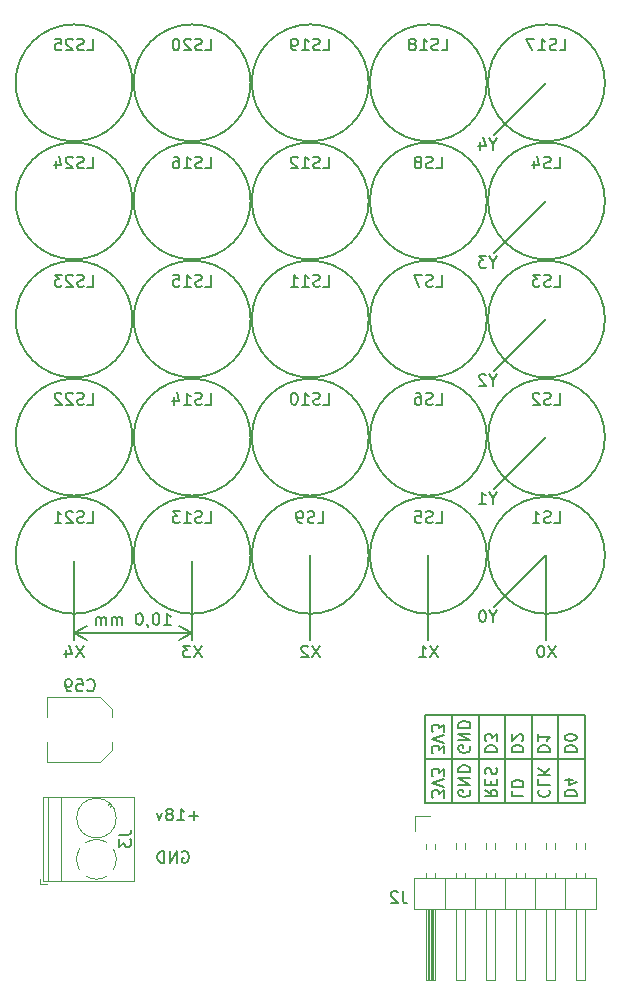
<source format=gbr>
%TF.GenerationSoftware,KiCad,Pcbnew,6.0.4-6f826c9f35~116~ubuntu20.04.1*%
%TF.CreationDate,2022-04-05T21:11:35+02:00*%
%TF.ProjectId,PhasedArray,50686173-6564-4417-9272-61792e6b6963,rev?*%
%TF.SameCoordinates,Original*%
%TF.FileFunction,Legend,Bot*%
%TF.FilePolarity,Positive*%
%FSLAX46Y46*%
G04 Gerber Fmt 4.6, Leading zero omitted, Abs format (unit mm)*
G04 Created by KiCad (PCBNEW 6.0.4-6f826c9f35~116~ubuntu20.04.1) date 2022-04-05 21:11:35*
%MOMM*%
%LPD*%
G01*
G04 APERTURE LIST*
%ADD10C,0.150000*%
%ADD11C,0.127000*%
%ADD12C,0.120000*%
G04 APERTURE END LIST*
D10*
X147000000Y-83500000D02*
X147000000Y-91000000D01*
X145000000Y-70000000D02*
X145000000Y-77200000D01*
X155000000Y-40000000D02*
X150600000Y-44400000D01*
X155000000Y-60000000D02*
X150600000Y-64400000D01*
X155000000Y-70000000D02*
X155000000Y-77200000D01*
X155000000Y-70000000D02*
X150600000Y-74400000D01*
X155000000Y-50000000D02*
X150600000Y-54400000D01*
X156000000Y-83500000D02*
X156000000Y-91000000D01*
X149250000Y-91000000D02*
X149250000Y-83500000D01*
X155000000Y-30000000D02*
X150600000Y-34400000D01*
X153750000Y-91000000D02*
X153750000Y-83500000D01*
X151500000Y-83500000D02*
X151500000Y-91000000D01*
X146750000Y-91000000D02*
X149250000Y-91000000D01*
X144750000Y-87250000D02*
X158250000Y-87250000D01*
X144750000Y-91000000D02*
X158250000Y-91000000D01*
X158250000Y-91000000D02*
X158250000Y-83500000D01*
X158250000Y-83500000D02*
X144750000Y-83500000D01*
X144750000Y-83500000D02*
X144750000Y-91000000D01*
X135000000Y-70000000D02*
X135000000Y-77200000D01*
X155809523Y-77652380D02*
X155142857Y-78652380D01*
X155142857Y-77652380D02*
X155809523Y-78652380D01*
X154571428Y-77652380D02*
X154476190Y-77652380D01*
X154380952Y-77700000D01*
X154333333Y-77747619D01*
X154285714Y-77842857D01*
X154238095Y-78033333D01*
X154238095Y-78271428D01*
X154285714Y-78461904D01*
X154333333Y-78557142D01*
X154380952Y-78604761D01*
X154476190Y-78652380D01*
X154571428Y-78652380D01*
X154666666Y-78604761D01*
X154714285Y-78557142D01*
X154761904Y-78461904D01*
X154809523Y-78271428D01*
X154809523Y-78033333D01*
X154761904Y-77842857D01*
X154714285Y-77747619D01*
X154666666Y-77700000D01*
X154571428Y-77652380D01*
X146297619Y-86759642D02*
X146297619Y-86140595D01*
X145916666Y-86473928D01*
X145916666Y-86331071D01*
X145869047Y-86235833D01*
X145821428Y-86188214D01*
X145726190Y-86140595D01*
X145488095Y-86140595D01*
X145392857Y-86188214D01*
X145345238Y-86235833D01*
X145297619Y-86331071D01*
X145297619Y-86616785D01*
X145345238Y-86712023D01*
X145392857Y-86759642D01*
X146297619Y-85854880D02*
X145297619Y-85521547D01*
X146297619Y-85188214D01*
X146297619Y-84950119D02*
X146297619Y-84331071D01*
X145916666Y-84664404D01*
X145916666Y-84521547D01*
X145869047Y-84426309D01*
X145821428Y-84378690D01*
X145726190Y-84331071D01*
X145488095Y-84331071D01*
X145392857Y-84378690D01*
X145345238Y-84426309D01*
X145297619Y-84521547D01*
X145297619Y-84807261D01*
X145345238Y-84902500D01*
X145392857Y-84950119D01*
X148500000Y-89890595D02*
X148547619Y-89985833D01*
X148547619Y-90128690D01*
X148500000Y-90271547D01*
X148404761Y-90366785D01*
X148309523Y-90414404D01*
X148119047Y-90462023D01*
X147976190Y-90462023D01*
X147785714Y-90414404D01*
X147690476Y-90366785D01*
X147595238Y-90271547D01*
X147547619Y-90128690D01*
X147547619Y-90033452D01*
X147595238Y-89890595D01*
X147642857Y-89842976D01*
X147976190Y-89842976D01*
X147976190Y-90033452D01*
X147547619Y-89414404D02*
X148547619Y-89414404D01*
X147547619Y-88842976D01*
X148547619Y-88842976D01*
X147547619Y-88366785D02*
X148547619Y-88366785D01*
X148547619Y-88128690D01*
X148500000Y-87985833D01*
X148404761Y-87890595D01*
X148309523Y-87842976D01*
X148119047Y-87795357D01*
X147976190Y-87795357D01*
X147785714Y-87842976D01*
X147690476Y-87890595D01*
X147595238Y-87985833D01*
X147547619Y-88128690D01*
X147547619Y-88366785D01*
X150476190Y-35176190D02*
X150476190Y-35652380D01*
X150809523Y-34652380D02*
X150476190Y-35176190D01*
X150142857Y-34652380D01*
X149380952Y-34985714D02*
X149380952Y-35652380D01*
X149619047Y-34604761D02*
X149857142Y-35319047D01*
X149238095Y-35319047D01*
X152047619Y-86664404D02*
X153047619Y-86664404D01*
X153047619Y-86426309D01*
X153000000Y-86283452D01*
X152904761Y-86188214D01*
X152809523Y-86140595D01*
X152619047Y-86092976D01*
X152476190Y-86092976D01*
X152285714Y-86140595D01*
X152190476Y-86188214D01*
X152095238Y-86283452D01*
X152047619Y-86426309D01*
X152047619Y-86664404D01*
X152952380Y-85712023D02*
X153000000Y-85664404D01*
X153047619Y-85569166D01*
X153047619Y-85331071D01*
X153000000Y-85235833D01*
X152952380Y-85188214D01*
X152857142Y-85140595D01*
X152761904Y-85140595D01*
X152619047Y-85188214D01*
X152047619Y-85759642D01*
X152047619Y-85140595D01*
X156547619Y-90414404D02*
X157547619Y-90414404D01*
X157547619Y-90176309D01*
X157500000Y-90033452D01*
X157404761Y-89938214D01*
X157309523Y-89890595D01*
X157119047Y-89842976D01*
X156976190Y-89842976D01*
X156785714Y-89890595D01*
X156690476Y-89938214D01*
X156595238Y-90033452D01*
X156547619Y-90176309D01*
X156547619Y-90414404D01*
X157214285Y-88985833D02*
X156547619Y-88985833D01*
X157595238Y-89223928D02*
X156880952Y-89462023D01*
X156880952Y-88842976D01*
X152047619Y-89938214D02*
X152047619Y-90414404D01*
X153047619Y-90414404D01*
X152047619Y-89604880D02*
X153047619Y-89604880D01*
X153047619Y-89366785D01*
X153000000Y-89223928D01*
X152904761Y-89128690D01*
X152809523Y-89081071D01*
X152619047Y-89033452D01*
X152476190Y-89033452D01*
X152285714Y-89081071D01*
X152190476Y-89128690D01*
X152095238Y-89223928D01*
X152047619Y-89366785D01*
X152047619Y-89604880D01*
X149797619Y-89842976D02*
X150273809Y-90176309D01*
X149797619Y-90414404D02*
X150797619Y-90414404D01*
X150797619Y-90033452D01*
X150750000Y-89938214D01*
X150702380Y-89890595D01*
X150607142Y-89842976D01*
X150464285Y-89842976D01*
X150369047Y-89890595D01*
X150321428Y-89938214D01*
X150273809Y-90033452D01*
X150273809Y-90414404D01*
X150321428Y-89414404D02*
X150321428Y-89081071D01*
X149797619Y-88938214D02*
X149797619Y-89414404D01*
X150797619Y-89414404D01*
X150797619Y-88938214D01*
X149845238Y-88557261D02*
X149797619Y-88414404D01*
X149797619Y-88176309D01*
X149845238Y-88081071D01*
X149892857Y-88033452D01*
X149988095Y-87985833D01*
X150083333Y-87985833D01*
X150178571Y-88033452D01*
X150226190Y-88081071D01*
X150273809Y-88176309D01*
X150321428Y-88366785D01*
X150369047Y-88462023D01*
X150416666Y-88509642D01*
X150511904Y-88557261D01*
X150607142Y-88557261D01*
X150702380Y-88509642D01*
X150750000Y-88462023D01*
X150797619Y-88366785D01*
X150797619Y-88128690D01*
X150750000Y-87985833D01*
X150476190Y-45176190D02*
X150476190Y-45652380D01*
X150809523Y-44652380D02*
X150476190Y-45176190D01*
X150142857Y-44652380D01*
X149904761Y-44652380D02*
X149285714Y-44652380D01*
X149619047Y-45033333D01*
X149476190Y-45033333D01*
X149380952Y-45080952D01*
X149333333Y-45128571D01*
X149285714Y-45223809D01*
X149285714Y-45461904D01*
X149333333Y-45557142D01*
X149380952Y-45604761D01*
X149476190Y-45652380D01*
X149761904Y-45652380D01*
X149857142Y-45604761D01*
X149904761Y-45557142D01*
X150476190Y-65176190D02*
X150476190Y-65652380D01*
X150809523Y-64652380D02*
X150476190Y-65176190D01*
X150142857Y-64652380D01*
X149285714Y-65652380D02*
X149857142Y-65652380D01*
X149571428Y-65652380D02*
X149571428Y-64652380D01*
X149666666Y-64795238D01*
X149761904Y-64890476D01*
X149857142Y-64938095D01*
X148500000Y-86140595D02*
X148547619Y-86235833D01*
X148547619Y-86378690D01*
X148500000Y-86521547D01*
X148404761Y-86616785D01*
X148309523Y-86664404D01*
X148119047Y-86712023D01*
X147976190Y-86712023D01*
X147785714Y-86664404D01*
X147690476Y-86616785D01*
X147595238Y-86521547D01*
X147547619Y-86378690D01*
X147547619Y-86283452D01*
X147595238Y-86140595D01*
X147642857Y-86092976D01*
X147976190Y-86092976D01*
X147976190Y-86283452D01*
X147547619Y-85664404D02*
X148547619Y-85664404D01*
X147547619Y-85092976D01*
X148547619Y-85092976D01*
X147547619Y-84616785D02*
X148547619Y-84616785D01*
X148547619Y-84378690D01*
X148500000Y-84235833D01*
X148404761Y-84140595D01*
X148309523Y-84092976D01*
X148119047Y-84045357D01*
X147976190Y-84045357D01*
X147785714Y-84092976D01*
X147690476Y-84140595D01*
X147595238Y-84235833D01*
X147547619Y-84378690D01*
X147547619Y-84616785D01*
X125809523Y-77652380D02*
X125142857Y-78652380D01*
X125142857Y-77652380D02*
X125809523Y-78652380D01*
X124857142Y-77652380D02*
X124238095Y-77652380D01*
X124571428Y-78033333D01*
X124428571Y-78033333D01*
X124333333Y-78080952D01*
X124285714Y-78128571D01*
X124238095Y-78223809D01*
X124238095Y-78461904D01*
X124285714Y-78557142D01*
X124333333Y-78604761D01*
X124428571Y-78652380D01*
X124714285Y-78652380D01*
X124809523Y-78604761D01*
X124857142Y-78557142D01*
X146297619Y-90509642D02*
X146297619Y-89890595D01*
X145916666Y-90223928D01*
X145916666Y-90081071D01*
X145869047Y-89985833D01*
X145821428Y-89938214D01*
X145726190Y-89890595D01*
X145488095Y-89890595D01*
X145392857Y-89938214D01*
X145345238Y-89985833D01*
X145297619Y-90081071D01*
X145297619Y-90366785D01*
X145345238Y-90462023D01*
X145392857Y-90509642D01*
X146297619Y-89604880D02*
X145297619Y-89271547D01*
X146297619Y-88938214D01*
X146297619Y-88700119D02*
X146297619Y-88081071D01*
X145916666Y-88414404D01*
X145916666Y-88271547D01*
X145869047Y-88176309D01*
X145821428Y-88128690D01*
X145726190Y-88081071D01*
X145488095Y-88081071D01*
X145392857Y-88128690D01*
X145345238Y-88176309D01*
X145297619Y-88271547D01*
X145297619Y-88557261D01*
X145345238Y-88652500D01*
X145392857Y-88700119D01*
X154392857Y-89842976D02*
X154345238Y-89890595D01*
X154297619Y-90033452D01*
X154297619Y-90128690D01*
X154345238Y-90271547D01*
X154440476Y-90366785D01*
X154535714Y-90414404D01*
X154726190Y-90462023D01*
X154869047Y-90462023D01*
X155059523Y-90414404D01*
X155154761Y-90366785D01*
X155250000Y-90271547D01*
X155297619Y-90128690D01*
X155297619Y-90033452D01*
X155250000Y-89890595D01*
X155202380Y-89842976D01*
X154297619Y-88938214D02*
X154297619Y-89414404D01*
X155297619Y-89414404D01*
X154297619Y-88604880D02*
X155297619Y-88604880D01*
X154297619Y-88033452D02*
X154869047Y-88462023D01*
X155297619Y-88033452D02*
X154726190Y-88604880D01*
X154297619Y-86664404D02*
X155297619Y-86664404D01*
X155297619Y-86426309D01*
X155250000Y-86283452D01*
X155154761Y-86188214D01*
X155059523Y-86140595D01*
X154869047Y-86092976D01*
X154726190Y-86092976D01*
X154535714Y-86140595D01*
X154440476Y-86188214D01*
X154345238Y-86283452D01*
X154297619Y-86426309D01*
X154297619Y-86664404D01*
X154297619Y-85140595D02*
X154297619Y-85712023D01*
X154297619Y-85426309D02*
X155297619Y-85426309D01*
X155154761Y-85521547D01*
X155059523Y-85616785D01*
X155011904Y-85712023D01*
X125514285Y-92071428D02*
X124752380Y-92071428D01*
X125133333Y-92452380D02*
X125133333Y-91690476D01*
X123752380Y-92452380D02*
X124323809Y-92452380D01*
X124038095Y-92452380D02*
X124038095Y-91452380D01*
X124133333Y-91595238D01*
X124228571Y-91690476D01*
X124323809Y-91738095D01*
X123180952Y-91880952D02*
X123276190Y-91833333D01*
X123323809Y-91785714D01*
X123371428Y-91690476D01*
X123371428Y-91642857D01*
X123323809Y-91547619D01*
X123276190Y-91500000D01*
X123180952Y-91452380D01*
X122990476Y-91452380D01*
X122895238Y-91500000D01*
X122847619Y-91547619D01*
X122800000Y-91642857D01*
X122800000Y-91690476D01*
X122847619Y-91785714D01*
X122895238Y-91833333D01*
X122990476Y-91880952D01*
X123180952Y-91880952D01*
X123276190Y-91928571D01*
X123323809Y-91976190D01*
X123371428Y-92071428D01*
X123371428Y-92261904D01*
X123323809Y-92357142D01*
X123276190Y-92404761D01*
X123180952Y-92452380D01*
X122990476Y-92452380D01*
X122895238Y-92404761D01*
X122847619Y-92357142D01*
X122800000Y-92261904D01*
X122800000Y-92071428D01*
X122847619Y-91976190D01*
X122895238Y-91928571D01*
X122990476Y-91880952D01*
X122466666Y-91785714D02*
X122228571Y-92452380D01*
X121990476Y-91785714D01*
X156547619Y-86664404D02*
X157547619Y-86664404D01*
X157547619Y-86426309D01*
X157500000Y-86283452D01*
X157404761Y-86188214D01*
X157309523Y-86140595D01*
X157119047Y-86092976D01*
X156976190Y-86092976D01*
X156785714Y-86140595D01*
X156690476Y-86188214D01*
X156595238Y-86283452D01*
X156547619Y-86426309D01*
X156547619Y-86664404D01*
X157547619Y-85473928D02*
X157547619Y-85378690D01*
X157500000Y-85283452D01*
X157452380Y-85235833D01*
X157357142Y-85188214D01*
X157166666Y-85140595D01*
X156928571Y-85140595D01*
X156738095Y-85188214D01*
X156642857Y-85235833D01*
X156595238Y-85283452D01*
X156547619Y-85378690D01*
X156547619Y-85473928D01*
X156595238Y-85569166D01*
X156642857Y-85616785D01*
X156738095Y-85664404D01*
X156928571Y-85712023D01*
X157166666Y-85712023D01*
X157357142Y-85664404D01*
X157452380Y-85616785D01*
X157500000Y-85569166D01*
X157547619Y-85473928D01*
X135809523Y-77652380D02*
X135142857Y-78652380D01*
X135142857Y-77652380D02*
X135809523Y-78652380D01*
X134809523Y-77747619D02*
X134761904Y-77700000D01*
X134666666Y-77652380D01*
X134428571Y-77652380D01*
X134333333Y-77700000D01*
X134285714Y-77747619D01*
X134238095Y-77842857D01*
X134238095Y-77938095D01*
X134285714Y-78080952D01*
X134857142Y-78652380D01*
X134238095Y-78652380D01*
X115809523Y-77652380D02*
X115142857Y-78652380D01*
X115142857Y-77652380D02*
X115809523Y-78652380D01*
X114333333Y-77985714D02*
X114333333Y-78652380D01*
X114571428Y-77604761D02*
X114809523Y-78319047D01*
X114190476Y-78319047D01*
X150476190Y-75176190D02*
X150476190Y-75652380D01*
X150809523Y-74652380D02*
X150476190Y-75176190D01*
X150142857Y-74652380D01*
X149619047Y-74652380D02*
X149523809Y-74652380D01*
X149428571Y-74700000D01*
X149380952Y-74747619D01*
X149333333Y-74842857D01*
X149285714Y-75033333D01*
X149285714Y-75271428D01*
X149333333Y-75461904D01*
X149380952Y-75557142D01*
X149428571Y-75604761D01*
X149523809Y-75652380D01*
X149619047Y-75652380D01*
X149714285Y-75604761D01*
X149761904Y-75557142D01*
X149809523Y-75461904D01*
X149857142Y-75271428D01*
X149857142Y-75033333D01*
X149809523Y-74842857D01*
X149761904Y-74747619D01*
X149714285Y-74700000D01*
X149619047Y-74652380D01*
X124161904Y-95100000D02*
X124257142Y-95052380D01*
X124400000Y-95052380D01*
X124542857Y-95100000D01*
X124638095Y-95195238D01*
X124685714Y-95290476D01*
X124733333Y-95480952D01*
X124733333Y-95623809D01*
X124685714Y-95814285D01*
X124638095Y-95909523D01*
X124542857Y-96004761D01*
X124400000Y-96052380D01*
X124304761Y-96052380D01*
X124161904Y-96004761D01*
X124114285Y-95957142D01*
X124114285Y-95623809D01*
X124304761Y-95623809D01*
X123685714Y-96052380D02*
X123685714Y-95052380D01*
X123114285Y-96052380D01*
X123114285Y-95052380D01*
X122638095Y-96052380D02*
X122638095Y-95052380D01*
X122400000Y-95052380D01*
X122257142Y-95100000D01*
X122161904Y-95195238D01*
X122114285Y-95290476D01*
X122066666Y-95480952D01*
X122066666Y-95623809D01*
X122114285Y-95814285D01*
X122161904Y-95909523D01*
X122257142Y-96004761D01*
X122400000Y-96052380D01*
X122638095Y-96052380D01*
X145809523Y-77652380D02*
X145142857Y-78652380D01*
X145142857Y-77652380D02*
X145809523Y-78652380D01*
X144238095Y-78652380D02*
X144809523Y-78652380D01*
X144523809Y-78652380D02*
X144523809Y-77652380D01*
X144619047Y-77795238D01*
X144714285Y-77890476D01*
X144809523Y-77938095D01*
X150476190Y-55176190D02*
X150476190Y-55652380D01*
X150809523Y-54652380D02*
X150476190Y-55176190D01*
X150142857Y-54652380D01*
X149857142Y-54747619D02*
X149809523Y-54700000D01*
X149714285Y-54652380D01*
X149476190Y-54652380D01*
X149380952Y-54700000D01*
X149333333Y-54747619D01*
X149285714Y-54842857D01*
X149285714Y-54938095D01*
X149333333Y-55080952D01*
X149904761Y-55652380D01*
X149285714Y-55652380D01*
X149797619Y-86664404D02*
X150797619Y-86664404D01*
X150797619Y-86426309D01*
X150750000Y-86283452D01*
X150654761Y-86188214D01*
X150559523Y-86140595D01*
X150369047Y-86092976D01*
X150226190Y-86092976D01*
X150035714Y-86140595D01*
X149940476Y-86188214D01*
X149845238Y-86283452D01*
X149797619Y-86426309D01*
X149797619Y-86664404D01*
X150797619Y-85759642D02*
X150797619Y-85140595D01*
X150416666Y-85473928D01*
X150416666Y-85331071D01*
X150369047Y-85235833D01*
X150321428Y-85188214D01*
X150226190Y-85140595D01*
X149988095Y-85140595D01*
X149892857Y-85188214D01*
X149845238Y-85235833D01*
X149797619Y-85331071D01*
X149797619Y-85616785D01*
X149845238Y-85712023D01*
X149892857Y-85759642D01*
X122619047Y-75902380D02*
X123190476Y-75902380D01*
X122904761Y-75902380D02*
X122904761Y-74902380D01*
X123000000Y-75045238D01*
X123095238Y-75140476D01*
X123190476Y-75188095D01*
X122000000Y-74902380D02*
X121904761Y-74902380D01*
X121809523Y-74950000D01*
X121761904Y-74997619D01*
X121714285Y-75092857D01*
X121666666Y-75283333D01*
X121666666Y-75521428D01*
X121714285Y-75711904D01*
X121761904Y-75807142D01*
X121809523Y-75854761D01*
X121904761Y-75902380D01*
X122000000Y-75902380D01*
X122095238Y-75854761D01*
X122142857Y-75807142D01*
X122190476Y-75711904D01*
X122238095Y-75521428D01*
X122238095Y-75283333D01*
X122190476Y-75092857D01*
X122142857Y-74997619D01*
X122095238Y-74950000D01*
X122000000Y-74902380D01*
X121190476Y-75854761D02*
X121190476Y-75902380D01*
X121238095Y-75997619D01*
X121285714Y-76045238D01*
X120571428Y-74902380D02*
X120476190Y-74902380D01*
X120380952Y-74950000D01*
X120333333Y-74997619D01*
X120285714Y-75092857D01*
X120238095Y-75283333D01*
X120238095Y-75521428D01*
X120285714Y-75711904D01*
X120333333Y-75807142D01*
X120380952Y-75854761D01*
X120476190Y-75902380D01*
X120571428Y-75902380D01*
X120666666Y-75854761D01*
X120714285Y-75807142D01*
X120761904Y-75711904D01*
X120809523Y-75521428D01*
X120809523Y-75283333D01*
X120761904Y-75092857D01*
X120714285Y-74997619D01*
X120666666Y-74950000D01*
X120571428Y-74902380D01*
X119047619Y-75902380D02*
X119047619Y-75235714D01*
X119047619Y-75330952D02*
X119000000Y-75283333D01*
X118904761Y-75235714D01*
X118761904Y-75235714D01*
X118666666Y-75283333D01*
X118619047Y-75378571D01*
X118619047Y-75902380D01*
X118619047Y-75378571D02*
X118571428Y-75283333D01*
X118476190Y-75235714D01*
X118333333Y-75235714D01*
X118238095Y-75283333D01*
X118190476Y-75378571D01*
X118190476Y-75902380D01*
X117714285Y-75902380D02*
X117714285Y-75235714D01*
X117714285Y-75330952D02*
X117666666Y-75283333D01*
X117571428Y-75235714D01*
X117428571Y-75235714D01*
X117333333Y-75283333D01*
X117285714Y-75378571D01*
X117285714Y-75902380D01*
X117285714Y-75378571D02*
X117238095Y-75283333D01*
X117142857Y-75235714D01*
X116999999Y-75235714D01*
X116904761Y-75283333D01*
X116857142Y-75378571D01*
X116857142Y-75902380D01*
X115000000Y-70500000D02*
X115000000Y-77186420D01*
X125000000Y-70500000D02*
X125000000Y-77186420D01*
X115000000Y-76600000D02*
X125000000Y-76600000D01*
X115000000Y-76600000D02*
X125000000Y-76600000D01*
X115000000Y-76600000D02*
X116126504Y-77186421D01*
X115000000Y-76600000D02*
X116126504Y-76013579D01*
X125000000Y-76600000D02*
X123873496Y-76013579D01*
X125000000Y-76600000D02*
X123873496Y-77186421D01*
%TO.C,LS3*%
X155642857Y-47252380D02*
X156119047Y-47252380D01*
X156119047Y-46252380D01*
X155357142Y-47204761D02*
X155214285Y-47252380D01*
X154976190Y-47252380D01*
X154880952Y-47204761D01*
X154833333Y-47157142D01*
X154785714Y-47061904D01*
X154785714Y-46966666D01*
X154833333Y-46871428D01*
X154880952Y-46823809D01*
X154976190Y-46776190D01*
X155166666Y-46728571D01*
X155261904Y-46680952D01*
X155309523Y-46633333D01*
X155357142Y-46538095D01*
X155357142Y-46442857D01*
X155309523Y-46347619D01*
X155261904Y-46300000D01*
X155166666Y-46252380D01*
X154928571Y-46252380D01*
X154785714Y-46300000D01*
X154452380Y-46252380D02*
X153833333Y-46252380D01*
X154166666Y-46633333D01*
X154023809Y-46633333D01*
X153928571Y-46680952D01*
X153880952Y-46728571D01*
X153833333Y-46823809D01*
X153833333Y-47061904D01*
X153880952Y-47157142D01*
X153928571Y-47204761D01*
X154023809Y-47252380D01*
X154309523Y-47252380D01*
X154404761Y-47204761D01*
X154452380Y-47157142D01*
%TO.C,LS25*%
X116119047Y-27252380D02*
X116595238Y-27252380D01*
X116595238Y-26252380D01*
X115833333Y-27204761D02*
X115690476Y-27252380D01*
X115452380Y-27252380D01*
X115357142Y-27204761D01*
X115309523Y-27157142D01*
X115261904Y-27061904D01*
X115261904Y-26966666D01*
X115309523Y-26871428D01*
X115357142Y-26823809D01*
X115452380Y-26776190D01*
X115642857Y-26728571D01*
X115738095Y-26680952D01*
X115785714Y-26633333D01*
X115833333Y-26538095D01*
X115833333Y-26442857D01*
X115785714Y-26347619D01*
X115738095Y-26300000D01*
X115642857Y-26252380D01*
X115404761Y-26252380D01*
X115261904Y-26300000D01*
X114880952Y-26347619D02*
X114833333Y-26300000D01*
X114738095Y-26252380D01*
X114500000Y-26252380D01*
X114404761Y-26300000D01*
X114357142Y-26347619D01*
X114309523Y-26442857D01*
X114309523Y-26538095D01*
X114357142Y-26680952D01*
X114928571Y-27252380D01*
X114309523Y-27252380D01*
X113404761Y-26252380D02*
X113880952Y-26252380D01*
X113928571Y-26728571D01*
X113880952Y-26680952D01*
X113785714Y-26633333D01*
X113547619Y-26633333D01*
X113452380Y-26680952D01*
X113404761Y-26728571D01*
X113357142Y-26823809D01*
X113357142Y-27061904D01*
X113404761Y-27157142D01*
X113452380Y-27204761D01*
X113547619Y-27252380D01*
X113785714Y-27252380D01*
X113880952Y-27204761D01*
X113928571Y-27157142D01*
%TO.C,LS18*%
X146119047Y-27252380D02*
X146595238Y-27252380D01*
X146595238Y-26252380D01*
X145833333Y-27204761D02*
X145690476Y-27252380D01*
X145452380Y-27252380D01*
X145357142Y-27204761D01*
X145309523Y-27157142D01*
X145261904Y-27061904D01*
X145261904Y-26966666D01*
X145309523Y-26871428D01*
X145357142Y-26823809D01*
X145452380Y-26776190D01*
X145642857Y-26728571D01*
X145738095Y-26680952D01*
X145785714Y-26633333D01*
X145833333Y-26538095D01*
X145833333Y-26442857D01*
X145785714Y-26347619D01*
X145738095Y-26300000D01*
X145642857Y-26252380D01*
X145404761Y-26252380D01*
X145261904Y-26300000D01*
X144309523Y-27252380D02*
X144880952Y-27252380D01*
X144595238Y-27252380D02*
X144595238Y-26252380D01*
X144690476Y-26395238D01*
X144785714Y-26490476D01*
X144880952Y-26538095D01*
X143738095Y-26680952D02*
X143833333Y-26633333D01*
X143880952Y-26585714D01*
X143928571Y-26490476D01*
X143928571Y-26442857D01*
X143880952Y-26347619D01*
X143833333Y-26300000D01*
X143738095Y-26252380D01*
X143547619Y-26252380D01*
X143452380Y-26300000D01*
X143404761Y-26347619D01*
X143357142Y-26442857D01*
X143357142Y-26490476D01*
X143404761Y-26585714D01*
X143452380Y-26633333D01*
X143547619Y-26680952D01*
X143738095Y-26680952D01*
X143833333Y-26728571D01*
X143880952Y-26776190D01*
X143928571Y-26871428D01*
X143928571Y-27061904D01*
X143880952Y-27157142D01*
X143833333Y-27204761D01*
X143738095Y-27252380D01*
X143547619Y-27252380D01*
X143452380Y-27204761D01*
X143404761Y-27157142D01*
X143357142Y-27061904D01*
X143357142Y-26871428D01*
X143404761Y-26776190D01*
X143452380Y-26728571D01*
X143547619Y-26680952D01*
%TO.C,LS16*%
X126119047Y-37252380D02*
X126595238Y-37252380D01*
X126595238Y-36252380D01*
X125833333Y-37204761D02*
X125690476Y-37252380D01*
X125452380Y-37252380D01*
X125357142Y-37204761D01*
X125309523Y-37157142D01*
X125261904Y-37061904D01*
X125261904Y-36966666D01*
X125309523Y-36871428D01*
X125357142Y-36823809D01*
X125452380Y-36776190D01*
X125642857Y-36728571D01*
X125738095Y-36680952D01*
X125785714Y-36633333D01*
X125833333Y-36538095D01*
X125833333Y-36442857D01*
X125785714Y-36347619D01*
X125738095Y-36300000D01*
X125642857Y-36252380D01*
X125404761Y-36252380D01*
X125261904Y-36300000D01*
X124309523Y-37252380D02*
X124880952Y-37252380D01*
X124595238Y-37252380D02*
X124595238Y-36252380D01*
X124690476Y-36395238D01*
X124785714Y-36490476D01*
X124880952Y-36538095D01*
X123452380Y-36252380D02*
X123642857Y-36252380D01*
X123738095Y-36300000D01*
X123785714Y-36347619D01*
X123880952Y-36490476D01*
X123928571Y-36680952D01*
X123928571Y-37061904D01*
X123880952Y-37157142D01*
X123833333Y-37204761D01*
X123738095Y-37252380D01*
X123547619Y-37252380D01*
X123452380Y-37204761D01*
X123404761Y-37157142D01*
X123357142Y-37061904D01*
X123357142Y-36823809D01*
X123404761Y-36728571D01*
X123452380Y-36680952D01*
X123547619Y-36633333D01*
X123738095Y-36633333D01*
X123833333Y-36680952D01*
X123880952Y-36728571D01*
X123928571Y-36823809D01*
%TO.C,LS23*%
X116119047Y-47252380D02*
X116595238Y-47252380D01*
X116595238Y-46252380D01*
X115833333Y-47204761D02*
X115690476Y-47252380D01*
X115452380Y-47252380D01*
X115357142Y-47204761D01*
X115309523Y-47157142D01*
X115261904Y-47061904D01*
X115261904Y-46966666D01*
X115309523Y-46871428D01*
X115357142Y-46823809D01*
X115452380Y-46776190D01*
X115642857Y-46728571D01*
X115738095Y-46680952D01*
X115785714Y-46633333D01*
X115833333Y-46538095D01*
X115833333Y-46442857D01*
X115785714Y-46347619D01*
X115738095Y-46300000D01*
X115642857Y-46252380D01*
X115404761Y-46252380D01*
X115261904Y-46300000D01*
X114880952Y-46347619D02*
X114833333Y-46300000D01*
X114738095Y-46252380D01*
X114500000Y-46252380D01*
X114404761Y-46300000D01*
X114357142Y-46347619D01*
X114309523Y-46442857D01*
X114309523Y-46538095D01*
X114357142Y-46680952D01*
X114928571Y-47252380D01*
X114309523Y-47252380D01*
X113976190Y-46252380D02*
X113357142Y-46252380D01*
X113690476Y-46633333D01*
X113547619Y-46633333D01*
X113452380Y-46680952D01*
X113404761Y-46728571D01*
X113357142Y-46823809D01*
X113357142Y-47061904D01*
X113404761Y-47157142D01*
X113452380Y-47204761D01*
X113547619Y-47252380D01*
X113833333Y-47252380D01*
X113928571Y-47204761D01*
X113976190Y-47157142D01*
%TO.C,J3*%
X118852380Y-93666666D02*
X119566666Y-93666666D01*
X119709523Y-93619047D01*
X119804761Y-93523809D01*
X119852380Y-93380952D01*
X119852380Y-93285714D01*
X118852380Y-94047619D02*
X118852380Y-94666666D01*
X119233333Y-94333333D01*
X119233333Y-94476190D01*
X119280952Y-94571428D01*
X119328571Y-94619047D01*
X119423809Y-94666666D01*
X119661904Y-94666666D01*
X119757142Y-94619047D01*
X119804761Y-94571428D01*
X119852380Y-94476190D01*
X119852380Y-94190476D01*
X119804761Y-94095238D01*
X119757142Y-94047619D01*
%TO.C,LS12*%
X136119047Y-37252380D02*
X136595238Y-37252380D01*
X136595238Y-36252380D01*
X135833333Y-37204761D02*
X135690476Y-37252380D01*
X135452380Y-37252380D01*
X135357142Y-37204761D01*
X135309523Y-37157142D01*
X135261904Y-37061904D01*
X135261904Y-36966666D01*
X135309523Y-36871428D01*
X135357142Y-36823809D01*
X135452380Y-36776190D01*
X135642857Y-36728571D01*
X135738095Y-36680952D01*
X135785714Y-36633333D01*
X135833333Y-36538095D01*
X135833333Y-36442857D01*
X135785714Y-36347619D01*
X135738095Y-36300000D01*
X135642857Y-36252380D01*
X135404761Y-36252380D01*
X135261904Y-36300000D01*
X134309523Y-37252380D02*
X134880952Y-37252380D01*
X134595238Y-37252380D02*
X134595238Y-36252380D01*
X134690476Y-36395238D01*
X134785714Y-36490476D01*
X134880952Y-36538095D01*
X133928571Y-36347619D02*
X133880952Y-36300000D01*
X133785714Y-36252380D01*
X133547619Y-36252380D01*
X133452380Y-36300000D01*
X133404761Y-36347619D01*
X133357142Y-36442857D01*
X133357142Y-36538095D01*
X133404761Y-36680952D01*
X133976190Y-37252380D01*
X133357142Y-37252380D01*
%TO.C,LS9*%
X135642857Y-67252380D02*
X136119047Y-67252380D01*
X136119047Y-66252380D01*
X135357142Y-67204761D02*
X135214285Y-67252380D01*
X134976190Y-67252380D01*
X134880952Y-67204761D01*
X134833333Y-67157142D01*
X134785714Y-67061904D01*
X134785714Y-66966666D01*
X134833333Y-66871428D01*
X134880952Y-66823809D01*
X134976190Y-66776190D01*
X135166666Y-66728571D01*
X135261904Y-66680952D01*
X135309523Y-66633333D01*
X135357142Y-66538095D01*
X135357142Y-66442857D01*
X135309523Y-66347619D01*
X135261904Y-66300000D01*
X135166666Y-66252380D01*
X134928571Y-66252380D01*
X134785714Y-66300000D01*
X134309523Y-67252380D02*
X134119047Y-67252380D01*
X134023809Y-67204761D01*
X133976190Y-67157142D01*
X133880952Y-67014285D01*
X133833333Y-66823809D01*
X133833333Y-66442857D01*
X133880952Y-66347619D01*
X133928571Y-66300000D01*
X134023809Y-66252380D01*
X134214285Y-66252380D01*
X134309523Y-66300000D01*
X134357142Y-66347619D01*
X134404761Y-66442857D01*
X134404761Y-66680952D01*
X134357142Y-66776190D01*
X134309523Y-66823809D01*
X134214285Y-66871428D01*
X134023809Y-66871428D01*
X133928571Y-66823809D01*
X133880952Y-66776190D01*
X133833333Y-66680952D01*
%TO.C,LS24*%
X116119047Y-37252380D02*
X116595238Y-37252380D01*
X116595238Y-36252380D01*
X115833333Y-37204761D02*
X115690476Y-37252380D01*
X115452380Y-37252380D01*
X115357142Y-37204761D01*
X115309523Y-37157142D01*
X115261904Y-37061904D01*
X115261904Y-36966666D01*
X115309523Y-36871428D01*
X115357142Y-36823809D01*
X115452380Y-36776190D01*
X115642857Y-36728571D01*
X115738095Y-36680952D01*
X115785714Y-36633333D01*
X115833333Y-36538095D01*
X115833333Y-36442857D01*
X115785714Y-36347619D01*
X115738095Y-36300000D01*
X115642857Y-36252380D01*
X115404761Y-36252380D01*
X115261904Y-36300000D01*
X114880952Y-36347619D02*
X114833333Y-36300000D01*
X114738095Y-36252380D01*
X114500000Y-36252380D01*
X114404761Y-36300000D01*
X114357142Y-36347619D01*
X114309523Y-36442857D01*
X114309523Y-36538095D01*
X114357142Y-36680952D01*
X114928571Y-37252380D01*
X114309523Y-37252380D01*
X113452380Y-36585714D02*
X113452380Y-37252380D01*
X113690476Y-36204761D02*
X113928571Y-36919047D01*
X113309523Y-36919047D01*
%TO.C,LS10*%
X136119047Y-57252380D02*
X136595238Y-57252380D01*
X136595238Y-56252380D01*
X135833333Y-57204761D02*
X135690476Y-57252380D01*
X135452380Y-57252380D01*
X135357142Y-57204761D01*
X135309523Y-57157142D01*
X135261904Y-57061904D01*
X135261904Y-56966666D01*
X135309523Y-56871428D01*
X135357142Y-56823809D01*
X135452380Y-56776190D01*
X135642857Y-56728571D01*
X135738095Y-56680952D01*
X135785714Y-56633333D01*
X135833333Y-56538095D01*
X135833333Y-56442857D01*
X135785714Y-56347619D01*
X135738095Y-56300000D01*
X135642857Y-56252380D01*
X135404761Y-56252380D01*
X135261904Y-56300000D01*
X134309523Y-57252380D02*
X134880952Y-57252380D01*
X134595238Y-57252380D02*
X134595238Y-56252380D01*
X134690476Y-56395238D01*
X134785714Y-56490476D01*
X134880952Y-56538095D01*
X133690476Y-56252380D02*
X133595238Y-56252380D01*
X133500000Y-56300000D01*
X133452380Y-56347619D01*
X133404761Y-56442857D01*
X133357142Y-56633333D01*
X133357142Y-56871428D01*
X133404761Y-57061904D01*
X133452380Y-57157142D01*
X133500000Y-57204761D01*
X133595238Y-57252380D01*
X133690476Y-57252380D01*
X133785714Y-57204761D01*
X133833333Y-57157142D01*
X133880952Y-57061904D01*
X133928571Y-56871428D01*
X133928571Y-56633333D01*
X133880952Y-56442857D01*
X133833333Y-56347619D01*
X133785714Y-56300000D01*
X133690476Y-56252380D01*
%TO.C,LS15*%
X126119047Y-47252380D02*
X126595238Y-47252380D01*
X126595238Y-46252380D01*
X125833333Y-47204761D02*
X125690476Y-47252380D01*
X125452380Y-47252380D01*
X125357142Y-47204761D01*
X125309523Y-47157142D01*
X125261904Y-47061904D01*
X125261904Y-46966666D01*
X125309523Y-46871428D01*
X125357142Y-46823809D01*
X125452380Y-46776190D01*
X125642857Y-46728571D01*
X125738095Y-46680952D01*
X125785714Y-46633333D01*
X125833333Y-46538095D01*
X125833333Y-46442857D01*
X125785714Y-46347619D01*
X125738095Y-46300000D01*
X125642857Y-46252380D01*
X125404761Y-46252380D01*
X125261904Y-46300000D01*
X124309523Y-47252380D02*
X124880952Y-47252380D01*
X124595238Y-47252380D02*
X124595238Y-46252380D01*
X124690476Y-46395238D01*
X124785714Y-46490476D01*
X124880952Y-46538095D01*
X123404761Y-46252380D02*
X123880952Y-46252380D01*
X123928571Y-46728571D01*
X123880952Y-46680952D01*
X123785714Y-46633333D01*
X123547619Y-46633333D01*
X123452380Y-46680952D01*
X123404761Y-46728571D01*
X123357142Y-46823809D01*
X123357142Y-47061904D01*
X123404761Y-47157142D01*
X123452380Y-47204761D01*
X123547619Y-47252380D01*
X123785714Y-47252380D01*
X123880952Y-47204761D01*
X123928571Y-47157142D01*
%TO.C,LS22*%
X116119047Y-57252380D02*
X116595238Y-57252380D01*
X116595238Y-56252380D01*
X115833333Y-57204761D02*
X115690476Y-57252380D01*
X115452380Y-57252380D01*
X115357142Y-57204761D01*
X115309523Y-57157142D01*
X115261904Y-57061904D01*
X115261904Y-56966666D01*
X115309523Y-56871428D01*
X115357142Y-56823809D01*
X115452380Y-56776190D01*
X115642857Y-56728571D01*
X115738095Y-56680952D01*
X115785714Y-56633333D01*
X115833333Y-56538095D01*
X115833333Y-56442857D01*
X115785714Y-56347619D01*
X115738095Y-56300000D01*
X115642857Y-56252380D01*
X115404761Y-56252380D01*
X115261904Y-56300000D01*
X114880952Y-56347619D02*
X114833333Y-56300000D01*
X114738095Y-56252380D01*
X114500000Y-56252380D01*
X114404761Y-56300000D01*
X114357142Y-56347619D01*
X114309523Y-56442857D01*
X114309523Y-56538095D01*
X114357142Y-56680952D01*
X114928571Y-57252380D01*
X114309523Y-57252380D01*
X113928571Y-56347619D02*
X113880952Y-56300000D01*
X113785714Y-56252380D01*
X113547619Y-56252380D01*
X113452380Y-56300000D01*
X113404761Y-56347619D01*
X113357142Y-56442857D01*
X113357142Y-56538095D01*
X113404761Y-56680952D01*
X113976190Y-57252380D01*
X113357142Y-57252380D01*
%TO.C,LS2*%
X155642857Y-57252380D02*
X156119047Y-57252380D01*
X156119047Y-56252380D01*
X155357142Y-57204761D02*
X155214285Y-57252380D01*
X154976190Y-57252380D01*
X154880952Y-57204761D01*
X154833333Y-57157142D01*
X154785714Y-57061904D01*
X154785714Y-56966666D01*
X154833333Y-56871428D01*
X154880952Y-56823809D01*
X154976190Y-56776190D01*
X155166666Y-56728571D01*
X155261904Y-56680952D01*
X155309523Y-56633333D01*
X155357142Y-56538095D01*
X155357142Y-56442857D01*
X155309523Y-56347619D01*
X155261904Y-56300000D01*
X155166666Y-56252380D01*
X154928571Y-56252380D01*
X154785714Y-56300000D01*
X154404761Y-56347619D02*
X154357142Y-56300000D01*
X154261904Y-56252380D01*
X154023809Y-56252380D01*
X153928571Y-56300000D01*
X153880952Y-56347619D01*
X153833333Y-56442857D01*
X153833333Y-56538095D01*
X153880952Y-56680952D01*
X154452380Y-57252380D01*
X153833333Y-57252380D01*
%TO.C,LS4*%
X155642857Y-37252380D02*
X156119047Y-37252380D01*
X156119047Y-36252380D01*
X155357142Y-37204761D02*
X155214285Y-37252380D01*
X154976190Y-37252380D01*
X154880952Y-37204761D01*
X154833333Y-37157142D01*
X154785714Y-37061904D01*
X154785714Y-36966666D01*
X154833333Y-36871428D01*
X154880952Y-36823809D01*
X154976190Y-36776190D01*
X155166666Y-36728571D01*
X155261904Y-36680952D01*
X155309523Y-36633333D01*
X155357142Y-36538095D01*
X155357142Y-36442857D01*
X155309523Y-36347619D01*
X155261904Y-36300000D01*
X155166666Y-36252380D01*
X154928571Y-36252380D01*
X154785714Y-36300000D01*
X153928571Y-36585714D02*
X153928571Y-37252380D01*
X154166666Y-36204761D02*
X154404761Y-36919047D01*
X153785714Y-36919047D01*
%TO.C,LS8*%
X145642857Y-37252380D02*
X146119047Y-37252380D01*
X146119047Y-36252380D01*
X145357142Y-37204761D02*
X145214285Y-37252380D01*
X144976190Y-37252380D01*
X144880952Y-37204761D01*
X144833333Y-37157142D01*
X144785714Y-37061904D01*
X144785714Y-36966666D01*
X144833333Y-36871428D01*
X144880952Y-36823809D01*
X144976190Y-36776190D01*
X145166666Y-36728571D01*
X145261904Y-36680952D01*
X145309523Y-36633333D01*
X145357142Y-36538095D01*
X145357142Y-36442857D01*
X145309523Y-36347619D01*
X145261904Y-36300000D01*
X145166666Y-36252380D01*
X144928571Y-36252380D01*
X144785714Y-36300000D01*
X144214285Y-36680952D02*
X144309523Y-36633333D01*
X144357142Y-36585714D01*
X144404761Y-36490476D01*
X144404761Y-36442857D01*
X144357142Y-36347619D01*
X144309523Y-36300000D01*
X144214285Y-36252380D01*
X144023809Y-36252380D01*
X143928571Y-36300000D01*
X143880952Y-36347619D01*
X143833333Y-36442857D01*
X143833333Y-36490476D01*
X143880952Y-36585714D01*
X143928571Y-36633333D01*
X144023809Y-36680952D01*
X144214285Y-36680952D01*
X144309523Y-36728571D01*
X144357142Y-36776190D01*
X144404761Y-36871428D01*
X144404761Y-37061904D01*
X144357142Y-37157142D01*
X144309523Y-37204761D01*
X144214285Y-37252380D01*
X144023809Y-37252380D01*
X143928571Y-37204761D01*
X143880952Y-37157142D01*
X143833333Y-37061904D01*
X143833333Y-36871428D01*
X143880952Y-36776190D01*
X143928571Y-36728571D01*
X144023809Y-36680952D01*
%TO.C,LS1*%
X155642857Y-67252380D02*
X156119047Y-67252380D01*
X156119047Y-66252380D01*
X155357142Y-67204761D02*
X155214285Y-67252380D01*
X154976190Y-67252380D01*
X154880952Y-67204761D01*
X154833333Y-67157142D01*
X154785714Y-67061904D01*
X154785714Y-66966666D01*
X154833333Y-66871428D01*
X154880952Y-66823809D01*
X154976190Y-66776190D01*
X155166666Y-66728571D01*
X155261904Y-66680952D01*
X155309523Y-66633333D01*
X155357142Y-66538095D01*
X155357142Y-66442857D01*
X155309523Y-66347619D01*
X155261904Y-66300000D01*
X155166666Y-66252380D01*
X154928571Y-66252380D01*
X154785714Y-66300000D01*
X153833333Y-67252380D02*
X154404761Y-67252380D01*
X154119047Y-67252380D02*
X154119047Y-66252380D01*
X154214285Y-66395238D01*
X154309523Y-66490476D01*
X154404761Y-66538095D01*
%TO.C,LS11*%
X136119047Y-47252380D02*
X136595238Y-47252380D01*
X136595238Y-46252380D01*
X135833333Y-47204761D02*
X135690476Y-47252380D01*
X135452380Y-47252380D01*
X135357142Y-47204761D01*
X135309523Y-47157142D01*
X135261904Y-47061904D01*
X135261904Y-46966666D01*
X135309523Y-46871428D01*
X135357142Y-46823809D01*
X135452380Y-46776190D01*
X135642857Y-46728571D01*
X135738095Y-46680952D01*
X135785714Y-46633333D01*
X135833333Y-46538095D01*
X135833333Y-46442857D01*
X135785714Y-46347619D01*
X135738095Y-46300000D01*
X135642857Y-46252380D01*
X135404761Y-46252380D01*
X135261904Y-46300000D01*
X134309523Y-47252380D02*
X134880952Y-47252380D01*
X134595238Y-47252380D02*
X134595238Y-46252380D01*
X134690476Y-46395238D01*
X134785714Y-46490476D01*
X134880952Y-46538095D01*
X133357142Y-47252380D02*
X133928571Y-47252380D01*
X133642857Y-47252380D02*
X133642857Y-46252380D01*
X133738095Y-46395238D01*
X133833333Y-46490476D01*
X133928571Y-46538095D01*
%TO.C,LS20*%
X126119047Y-27252380D02*
X126595238Y-27252380D01*
X126595238Y-26252380D01*
X125833333Y-27204761D02*
X125690476Y-27252380D01*
X125452380Y-27252380D01*
X125357142Y-27204761D01*
X125309523Y-27157142D01*
X125261904Y-27061904D01*
X125261904Y-26966666D01*
X125309523Y-26871428D01*
X125357142Y-26823809D01*
X125452380Y-26776190D01*
X125642857Y-26728571D01*
X125738095Y-26680952D01*
X125785714Y-26633333D01*
X125833333Y-26538095D01*
X125833333Y-26442857D01*
X125785714Y-26347619D01*
X125738095Y-26300000D01*
X125642857Y-26252380D01*
X125404761Y-26252380D01*
X125261904Y-26300000D01*
X124880952Y-26347619D02*
X124833333Y-26300000D01*
X124738095Y-26252380D01*
X124500000Y-26252380D01*
X124404761Y-26300000D01*
X124357142Y-26347619D01*
X124309523Y-26442857D01*
X124309523Y-26538095D01*
X124357142Y-26680952D01*
X124928571Y-27252380D01*
X124309523Y-27252380D01*
X123690476Y-26252380D02*
X123595238Y-26252380D01*
X123500000Y-26300000D01*
X123452380Y-26347619D01*
X123404761Y-26442857D01*
X123357142Y-26633333D01*
X123357142Y-26871428D01*
X123404761Y-27061904D01*
X123452380Y-27157142D01*
X123500000Y-27204761D01*
X123595238Y-27252380D01*
X123690476Y-27252380D01*
X123785714Y-27204761D01*
X123833333Y-27157142D01*
X123880952Y-27061904D01*
X123928571Y-26871428D01*
X123928571Y-26633333D01*
X123880952Y-26442857D01*
X123833333Y-26347619D01*
X123785714Y-26300000D01*
X123690476Y-26252380D01*
%TO.C,LS13*%
X126119047Y-67252380D02*
X126595238Y-67252380D01*
X126595238Y-66252380D01*
X125833333Y-67204761D02*
X125690476Y-67252380D01*
X125452380Y-67252380D01*
X125357142Y-67204761D01*
X125309523Y-67157142D01*
X125261904Y-67061904D01*
X125261904Y-66966666D01*
X125309523Y-66871428D01*
X125357142Y-66823809D01*
X125452380Y-66776190D01*
X125642857Y-66728571D01*
X125738095Y-66680952D01*
X125785714Y-66633333D01*
X125833333Y-66538095D01*
X125833333Y-66442857D01*
X125785714Y-66347619D01*
X125738095Y-66300000D01*
X125642857Y-66252380D01*
X125404761Y-66252380D01*
X125261904Y-66300000D01*
X124309523Y-67252380D02*
X124880952Y-67252380D01*
X124595238Y-67252380D02*
X124595238Y-66252380D01*
X124690476Y-66395238D01*
X124785714Y-66490476D01*
X124880952Y-66538095D01*
X123976190Y-66252380D02*
X123357142Y-66252380D01*
X123690476Y-66633333D01*
X123547619Y-66633333D01*
X123452380Y-66680952D01*
X123404761Y-66728571D01*
X123357142Y-66823809D01*
X123357142Y-67061904D01*
X123404761Y-67157142D01*
X123452380Y-67204761D01*
X123547619Y-67252380D01*
X123833333Y-67252380D01*
X123928571Y-67204761D01*
X123976190Y-67157142D01*
%TO.C,LS6*%
X145642857Y-57252380D02*
X146119047Y-57252380D01*
X146119047Y-56252380D01*
X145357142Y-57204761D02*
X145214285Y-57252380D01*
X144976190Y-57252380D01*
X144880952Y-57204761D01*
X144833333Y-57157142D01*
X144785714Y-57061904D01*
X144785714Y-56966666D01*
X144833333Y-56871428D01*
X144880952Y-56823809D01*
X144976190Y-56776190D01*
X145166666Y-56728571D01*
X145261904Y-56680952D01*
X145309523Y-56633333D01*
X145357142Y-56538095D01*
X145357142Y-56442857D01*
X145309523Y-56347619D01*
X145261904Y-56300000D01*
X145166666Y-56252380D01*
X144928571Y-56252380D01*
X144785714Y-56300000D01*
X143928571Y-56252380D02*
X144119047Y-56252380D01*
X144214285Y-56300000D01*
X144261904Y-56347619D01*
X144357142Y-56490476D01*
X144404761Y-56680952D01*
X144404761Y-57061904D01*
X144357142Y-57157142D01*
X144309523Y-57204761D01*
X144214285Y-57252380D01*
X144023809Y-57252380D01*
X143928571Y-57204761D01*
X143880952Y-57157142D01*
X143833333Y-57061904D01*
X143833333Y-56823809D01*
X143880952Y-56728571D01*
X143928571Y-56680952D01*
X144023809Y-56633333D01*
X144214285Y-56633333D01*
X144309523Y-56680952D01*
X144357142Y-56728571D01*
X144404761Y-56823809D01*
%TO.C,LS19*%
X136119047Y-27252380D02*
X136595238Y-27252380D01*
X136595238Y-26252380D01*
X135833333Y-27204761D02*
X135690476Y-27252380D01*
X135452380Y-27252380D01*
X135357142Y-27204761D01*
X135309523Y-27157142D01*
X135261904Y-27061904D01*
X135261904Y-26966666D01*
X135309523Y-26871428D01*
X135357142Y-26823809D01*
X135452380Y-26776190D01*
X135642857Y-26728571D01*
X135738095Y-26680952D01*
X135785714Y-26633333D01*
X135833333Y-26538095D01*
X135833333Y-26442857D01*
X135785714Y-26347619D01*
X135738095Y-26300000D01*
X135642857Y-26252380D01*
X135404761Y-26252380D01*
X135261904Y-26300000D01*
X134309523Y-27252380D02*
X134880952Y-27252380D01*
X134595238Y-27252380D02*
X134595238Y-26252380D01*
X134690476Y-26395238D01*
X134785714Y-26490476D01*
X134880952Y-26538095D01*
X133833333Y-27252380D02*
X133642857Y-27252380D01*
X133547619Y-27204761D01*
X133500000Y-27157142D01*
X133404761Y-27014285D01*
X133357142Y-26823809D01*
X133357142Y-26442857D01*
X133404761Y-26347619D01*
X133452380Y-26300000D01*
X133547619Y-26252380D01*
X133738095Y-26252380D01*
X133833333Y-26300000D01*
X133880952Y-26347619D01*
X133928571Y-26442857D01*
X133928571Y-26680952D01*
X133880952Y-26776190D01*
X133833333Y-26823809D01*
X133738095Y-26871428D01*
X133547619Y-26871428D01*
X133452380Y-26823809D01*
X133404761Y-26776190D01*
X133357142Y-26680952D01*
%TO.C,LS5*%
X145642857Y-67252380D02*
X146119047Y-67252380D01*
X146119047Y-66252380D01*
X145357142Y-67204761D02*
X145214285Y-67252380D01*
X144976190Y-67252380D01*
X144880952Y-67204761D01*
X144833333Y-67157142D01*
X144785714Y-67061904D01*
X144785714Y-66966666D01*
X144833333Y-66871428D01*
X144880952Y-66823809D01*
X144976190Y-66776190D01*
X145166666Y-66728571D01*
X145261904Y-66680952D01*
X145309523Y-66633333D01*
X145357142Y-66538095D01*
X145357142Y-66442857D01*
X145309523Y-66347619D01*
X145261904Y-66300000D01*
X145166666Y-66252380D01*
X144928571Y-66252380D01*
X144785714Y-66300000D01*
X143880952Y-66252380D02*
X144357142Y-66252380D01*
X144404761Y-66728571D01*
X144357142Y-66680952D01*
X144261904Y-66633333D01*
X144023809Y-66633333D01*
X143928571Y-66680952D01*
X143880952Y-66728571D01*
X143833333Y-66823809D01*
X143833333Y-67061904D01*
X143880952Y-67157142D01*
X143928571Y-67204761D01*
X144023809Y-67252380D01*
X144261904Y-67252380D01*
X144357142Y-67204761D01*
X144404761Y-67157142D01*
%TO.C,C59*%
X116142857Y-81407142D02*
X116190476Y-81454761D01*
X116333333Y-81502380D01*
X116428571Y-81502380D01*
X116571428Y-81454761D01*
X116666666Y-81359523D01*
X116714285Y-81264285D01*
X116761904Y-81073809D01*
X116761904Y-80930952D01*
X116714285Y-80740476D01*
X116666666Y-80645238D01*
X116571428Y-80550000D01*
X116428571Y-80502380D01*
X116333333Y-80502380D01*
X116190476Y-80550000D01*
X116142857Y-80597619D01*
X115238095Y-80502380D02*
X115714285Y-80502380D01*
X115761904Y-80978571D01*
X115714285Y-80930952D01*
X115619047Y-80883333D01*
X115380952Y-80883333D01*
X115285714Y-80930952D01*
X115238095Y-80978571D01*
X115190476Y-81073809D01*
X115190476Y-81311904D01*
X115238095Y-81407142D01*
X115285714Y-81454761D01*
X115380952Y-81502380D01*
X115619047Y-81502380D01*
X115714285Y-81454761D01*
X115761904Y-81407142D01*
X114714285Y-81502380D02*
X114523809Y-81502380D01*
X114428571Y-81454761D01*
X114380952Y-81407142D01*
X114285714Y-81264285D01*
X114238095Y-81073809D01*
X114238095Y-80692857D01*
X114285714Y-80597619D01*
X114333333Y-80550000D01*
X114428571Y-80502380D01*
X114619047Y-80502380D01*
X114714285Y-80550000D01*
X114761904Y-80597619D01*
X114809523Y-80692857D01*
X114809523Y-80930952D01*
X114761904Y-81026190D01*
X114714285Y-81073809D01*
X114619047Y-81121428D01*
X114428571Y-81121428D01*
X114333333Y-81073809D01*
X114285714Y-81026190D01*
X114238095Y-80930952D01*
%TO.C,LS21*%
X116119047Y-67252380D02*
X116595238Y-67252380D01*
X116595238Y-66252380D01*
X115833333Y-67204761D02*
X115690476Y-67252380D01*
X115452380Y-67252380D01*
X115357142Y-67204761D01*
X115309523Y-67157142D01*
X115261904Y-67061904D01*
X115261904Y-66966666D01*
X115309523Y-66871428D01*
X115357142Y-66823809D01*
X115452380Y-66776190D01*
X115642857Y-66728571D01*
X115738095Y-66680952D01*
X115785714Y-66633333D01*
X115833333Y-66538095D01*
X115833333Y-66442857D01*
X115785714Y-66347619D01*
X115738095Y-66300000D01*
X115642857Y-66252380D01*
X115404761Y-66252380D01*
X115261904Y-66300000D01*
X114880952Y-66347619D02*
X114833333Y-66300000D01*
X114738095Y-66252380D01*
X114500000Y-66252380D01*
X114404761Y-66300000D01*
X114357142Y-66347619D01*
X114309523Y-66442857D01*
X114309523Y-66538095D01*
X114357142Y-66680952D01*
X114928571Y-67252380D01*
X114309523Y-67252380D01*
X113357142Y-67252380D02*
X113928571Y-67252380D01*
X113642857Y-67252380D02*
X113642857Y-66252380D01*
X113738095Y-66395238D01*
X113833333Y-66490476D01*
X113928571Y-66538095D01*
%TO.C,J2*%
X142833333Y-98452380D02*
X142833333Y-99166666D01*
X142880952Y-99309523D01*
X142976190Y-99404761D01*
X143119047Y-99452380D01*
X143214285Y-99452380D01*
X142404761Y-98547619D02*
X142357142Y-98500000D01*
X142261904Y-98452380D01*
X142023809Y-98452380D01*
X141928571Y-98500000D01*
X141880952Y-98547619D01*
X141833333Y-98642857D01*
X141833333Y-98738095D01*
X141880952Y-98880952D01*
X142452380Y-99452380D01*
X141833333Y-99452380D01*
%TO.C,LS14*%
X126119047Y-57252380D02*
X126595238Y-57252380D01*
X126595238Y-56252380D01*
X125833333Y-57204761D02*
X125690476Y-57252380D01*
X125452380Y-57252380D01*
X125357142Y-57204761D01*
X125309523Y-57157142D01*
X125261904Y-57061904D01*
X125261904Y-56966666D01*
X125309523Y-56871428D01*
X125357142Y-56823809D01*
X125452380Y-56776190D01*
X125642857Y-56728571D01*
X125738095Y-56680952D01*
X125785714Y-56633333D01*
X125833333Y-56538095D01*
X125833333Y-56442857D01*
X125785714Y-56347619D01*
X125738095Y-56300000D01*
X125642857Y-56252380D01*
X125404761Y-56252380D01*
X125261904Y-56300000D01*
X124309523Y-57252380D02*
X124880952Y-57252380D01*
X124595238Y-57252380D02*
X124595238Y-56252380D01*
X124690476Y-56395238D01*
X124785714Y-56490476D01*
X124880952Y-56538095D01*
X123452380Y-56585714D02*
X123452380Y-57252380D01*
X123690476Y-56204761D02*
X123928571Y-56919047D01*
X123309523Y-56919047D01*
%TO.C,LS7*%
X145642857Y-47252380D02*
X146119047Y-47252380D01*
X146119047Y-46252380D01*
X145357142Y-47204761D02*
X145214285Y-47252380D01*
X144976190Y-47252380D01*
X144880952Y-47204761D01*
X144833333Y-47157142D01*
X144785714Y-47061904D01*
X144785714Y-46966666D01*
X144833333Y-46871428D01*
X144880952Y-46823809D01*
X144976190Y-46776190D01*
X145166666Y-46728571D01*
X145261904Y-46680952D01*
X145309523Y-46633333D01*
X145357142Y-46538095D01*
X145357142Y-46442857D01*
X145309523Y-46347619D01*
X145261904Y-46300000D01*
X145166666Y-46252380D01*
X144928571Y-46252380D01*
X144785714Y-46300000D01*
X144452380Y-46252380D02*
X143785714Y-46252380D01*
X144214285Y-47252380D01*
%TO.C,LS17*%
X156119047Y-27252380D02*
X156595238Y-27252380D01*
X156595238Y-26252380D01*
X155833333Y-27204761D02*
X155690476Y-27252380D01*
X155452380Y-27252380D01*
X155357142Y-27204761D01*
X155309523Y-27157142D01*
X155261904Y-27061904D01*
X155261904Y-26966666D01*
X155309523Y-26871428D01*
X155357142Y-26823809D01*
X155452380Y-26776190D01*
X155642857Y-26728571D01*
X155738095Y-26680952D01*
X155785714Y-26633333D01*
X155833333Y-26538095D01*
X155833333Y-26442857D01*
X155785714Y-26347619D01*
X155738095Y-26300000D01*
X155642857Y-26252380D01*
X155404761Y-26252380D01*
X155261904Y-26300000D01*
X154309523Y-27252380D02*
X154880952Y-27252380D01*
X154595238Y-27252380D02*
X154595238Y-26252380D01*
X154690476Y-26395238D01*
X154785714Y-26490476D01*
X154880952Y-26538095D01*
X153976190Y-26252380D02*
X153309523Y-26252380D01*
X153738095Y-27252380D01*
D11*
%TO.C,LS3*%
X159950000Y-50000000D02*
G75*
G03*
X159950000Y-50000000I-4950000J0D01*
G01*
%TO.C,LS25*%
X119950000Y-30000000D02*
G75*
G03*
X119950000Y-30000000I-4950000J0D01*
G01*
%TO.C,LS18*%
X149950000Y-30000000D02*
G75*
G03*
X149950000Y-30000000I-4950000J0D01*
G01*
%TO.C,LS16*%
X129950000Y-40000000D02*
G75*
G03*
X129950000Y-40000000I-4950000J0D01*
G01*
%TO.C,LS23*%
X119950000Y-50000000D02*
G75*
G03*
X119950000Y-50000000I-4950000J0D01*
G01*
D12*
%TO.C,J3*%
X118175000Y-91180000D02*
X118081000Y-91274000D01*
X115959000Y-93395000D02*
X115831000Y-93524000D01*
X117969000Y-90975000D02*
X117841000Y-91104000D01*
X112340000Y-97560000D02*
X112340000Y-90440000D01*
X113900000Y-97560000D02*
X113900000Y-90440000D01*
X120060000Y-97560000D02*
X120060000Y-90440000D01*
X115719000Y-93225000D02*
X115626000Y-93319000D01*
X112100000Y-97800000D02*
X112100000Y-97400000D01*
X120060000Y-90440000D02*
X112340000Y-90440000D01*
X112800000Y-97560000D02*
X112800000Y-90440000D01*
X112740000Y-97800000D02*
X112100000Y-97800000D01*
X120060000Y-97560000D02*
X112340000Y-97560000D01*
X115219901Y-95721326D02*
G75*
G03*
X115460000Y-96616000I1680113J-28671D01*
G01*
X116010106Y-97175358D02*
G75*
G03*
X117766000Y-97190000I889894J1425356D01*
G01*
X118325358Y-96639894D02*
G75*
G03*
X118340000Y-94884000I-1425356J889894D01*
G01*
X117790193Y-94324496D02*
G75*
G03*
X116009000Y-94325000I-890193J-1425507D01*
G01*
X115475279Y-94859736D02*
G75*
G03*
X115220000Y-95750000I1424711J-890261D01*
G01*
X118580000Y-92250000D02*
G75*
G03*
X118580000Y-92250000I-1680000J0D01*
G01*
D11*
%TO.C,LS12*%
X139950000Y-40000000D02*
G75*
G03*
X139950000Y-40000000I-4950000J0D01*
G01*
%TO.C,LS9*%
X139950000Y-70000000D02*
G75*
G03*
X139950000Y-70000000I-4950000J0D01*
G01*
%TO.C,LS24*%
X119950000Y-40000000D02*
G75*
G03*
X119950000Y-40000000I-4950000J0D01*
G01*
%TO.C,LS10*%
X139950000Y-60000000D02*
G75*
G03*
X139950000Y-60000000I-4950000J0D01*
G01*
%TO.C,LS15*%
X129950000Y-50000000D02*
G75*
G03*
X129950000Y-50000000I-4950000J0D01*
G01*
%TO.C,LS22*%
X119950000Y-60000000D02*
G75*
G03*
X119950000Y-60000000I-4950000J0D01*
G01*
%TO.C,LS2*%
X159950000Y-60000000D02*
G75*
G03*
X159950000Y-60000000I-4950000J0D01*
G01*
%TO.C,LS4*%
X159950000Y-40000000D02*
G75*
G03*
X159950000Y-40000000I-4950000J0D01*
G01*
%TO.C,LS8*%
X149950000Y-40000000D02*
G75*
G03*
X149950000Y-40000000I-4950000J0D01*
G01*
%TO.C,LS1*%
X159950000Y-70000000D02*
G75*
G03*
X159950000Y-70000000I-4950000J0D01*
G01*
%TO.C,LS11*%
X139950000Y-50000000D02*
G75*
G03*
X139950000Y-50000000I-4950000J0D01*
G01*
%TO.C,LS20*%
X129950000Y-30000000D02*
G75*
G03*
X129950000Y-30000000I-4950000J0D01*
G01*
%TO.C,LS13*%
X129950000Y-70000000D02*
G75*
G03*
X129950000Y-70000000I-4950000J0D01*
G01*
%TO.C,LS6*%
X149950000Y-60000000D02*
G75*
G03*
X149950000Y-60000000I-4950000J0D01*
G01*
%TO.C,LS19*%
X139950000Y-30000000D02*
G75*
G03*
X139950000Y-30000000I-4950000J0D01*
G01*
%TO.C,LS5*%
X149950000Y-70000000D02*
G75*
G03*
X149950000Y-70000000I-4950000J0D01*
G01*
D12*
%TO.C,C59*%
X117195563Y-81990000D02*
X112740000Y-81990000D01*
X112740000Y-87510000D02*
X112740000Y-85810000D01*
X117195563Y-87510000D02*
X112740000Y-87510000D01*
X118260000Y-86445563D02*
X118260000Y-85810000D01*
X118260000Y-83054437D02*
X117195563Y-81990000D01*
X118260000Y-86445563D02*
X117195563Y-87510000D01*
X112740000Y-81990000D02*
X112740000Y-83690000D01*
X118260000Y-83054437D02*
X118260000Y-83690000D01*
D11*
%TO.C,LS21*%
X119950000Y-70000000D02*
G75*
G03*
X119950000Y-70000000I-4950000J0D01*
G01*
D12*
%TO.C,J2*%
X147310000Y-105990000D02*
X148070000Y-105990000D01*
X152390000Y-105990000D02*
X153150000Y-105990000D01*
X154930000Y-105990000D02*
X155690000Y-105990000D01*
X144770000Y-105990000D02*
X145530000Y-105990000D01*
X149850000Y-105990000D02*
X150610000Y-105990000D01*
X144950000Y-99990000D02*
X144950000Y-105990000D01*
X148070000Y-94392929D02*
X148070000Y-94847071D01*
X154930000Y-94392929D02*
X154930000Y-94847071D01*
X158230000Y-105990000D02*
X158230000Y-99990000D01*
X152390000Y-96932929D02*
X152390000Y-97330000D01*
X148070000Y-96932929D02*
X148070000Y-97330000D01*
X147310000Y-99990000D02*
X147310000Y-105990000D01*
X153150000Y-94392929D02*
X153150000Y-94847071D01*
X154930000Y-96932929D02*
X154930000Y-97330000D01*
X148070000Y-105990000D02*
X148070000Y-99990000D01*
X153150000Y-105990000D02*
X153150000Y-99990000D01*
X157470000Y-96932929D02*
X157470000Y-97330000D01*
X159180000Y-97330000D02*
X159180000Y-99990000D01*
X144770000Y-94460000D02*
X144770000Y-94847071D01*
X145190000Y-99990000D02*
X145190000Y-105990000D01*
X154930000Y-99990000D02*
X154930000Y-105990000D01*
X153150000Y-96932929D02*
X153150000Y-97330000D01*
X144770000Y-99990000D02*
X144770000Y-105990000D01*
X147310000Y-96932929D02*
X147310000Y-97330000D01*
X145430000Y-99990000D02*
X145430000Y-105990000D01*
X144770000Y-96932929D02*
X144770000Y-97330000D01*
X158230000Y-94392929D02*
X158230000Y-94847071D01*
X150610000Y-105990000D02*
X150610000Y-99990000D01*
X154040000Y-97330000D02*
X154040000Y-99990000D01*
X145530000Y-94460000D02*
X145530000Y-94847071D01*
X145310000Y-99990000D02*
X145310000Y-105990000D01*
X143820000Y-99990000D02*
X143820000Y-97330000D01*
X146420000Y-97330000D02*
X146420000Y-99990000D01*
X145530000Y-96932929D02*
X145530000Y-97330000D01*
X155690000Y-94392929D02*
X155690000Y-94847071D01*
X147310000Y-94392929D02*
X147310000Y-94847071D01*
X144830000Y-99990000D02*
X144830000Y-105990000D01*
X155690000Y-96932929D02*
X155690000Y-97330000D01*
X148960000Y-97330000D02*
X148960000Y-99990000D01*
X157470000Y-99990000D02*
X157470000Y-105990000D01*
X145530000Y-105990000D02*
X145530000Y-99990000D01*
X151500000Y-97330000D02*
X151500000Y-99990000D01*
X143880000Y-92080000D02*
X143880000Y-93350000D01*
X145070000Y-99990000D02*
X145070000Y-105990000D01*
X159180000Y-99990000D02*
X143820000Y-99990000D01*
X149850000Y-94392929D02*
X149850000Y-94847071D01*
X143820000Y-97330000D02*
X159180000Y-97330000D01*
X150610000Y-94392929D02*
X150610000Y-94847071D01*
X145150000Y-92080000D02*
X143880000Y-92080000D01*
X149850000Y-99990000D02*
X149850000Y-105990000D01*
X157470000Y-94392929D02*
X157470000Y-94847071D01*
X157470000Y-105990000D02*
X158230000Y-105990000D01*
X152390000Y-94392929D02*
X152390000Y-94847071D01*
X156580000Y-97330000D02*
X156580000Y-99990000D01*
X155690000Y-105990000D02*
X155690000Y-99990000D01*
X149850000Y-96932929D02*
X149850000Y-97330000D01*
X158230000Y-96932929D02*
X158230000Y-97330000D01*
X152390000Y-99990000D02*
X152390000Y-105990000D01*
X150610000Y-96932929D02*
X150610000Y-97330000D01*
D11*
%TO.C,LS14*%
X129950000Y-60000000D02*
G75*
G03*
X129950000Y-60000000I-4950000J0D01*
G01*
%TO.C,LS7*%
X149950000Y-50000000D02*
G75*
G03*
X149950000Y-50000000I-4950000J0D01*
G01*
%TO.C,LS17*%
X159950000Y-30000000D02*
G75*
G03*
X159950000Y-30000000I-4950000J0D01*
G01*
%TD*%
M02*

</source>
